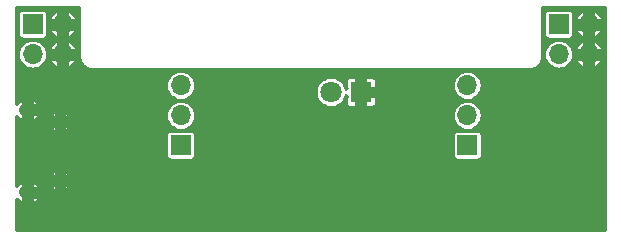
<source format=gbr>
G04 #@! TF.GenerationSoftware,KiCad,Pcbnew,(5.1.4)-1*
G04 #@! TF.CreationDate,2019-09-29T17:42:26+09:00*
G04 #@! TF.ProjectId,_autosave-project 02 micro usb,5f617574-6f73-4617-9665-2d70726f6a65,2*
G04 #@! TF.SameCoordinates,Original*
G04 #@! TF.FileFunction,Copper,L2,Bot*
G04 #@! TF.FilePolarity,Positive*
%FSLAX46Y46*%
G04 Gerber Fmt 4.6, Leading zero omitted, Abs format (unit mm)*
G04 Created by KiCad (PCBNEW (5.1.4)-1) date 2019-09-29 17:42:26*
%MOMM*%
%LPD*%
G04 APERTURE LIST*
%ADD10R,1.800000X1.800000*%
%ADD11C,1.800000*%
%ADD12O,1.700000X1.700000*%
%ADD13R,1.700000X1.700000*%
%ADD14O,0.950000X1.250000*%
%ADD15O,1.550000X1.000000*%
%ADD16C,0.254000*%
G04 APERTURE END LIST*
D10*
X134250000Y-37250000D03*
D11*
X131710000Y-37250000D03*
D12*
X153540000Y-34040000D03*
X153540000Y-31500000D03*
X151000000Y-34040000D03*
D13*
X151000000Y-31500000D03*
X106460000Y-31500000D03*
D12*
X106460000Y-34040000D03*
X109000000Y-31500000D03*
X109000000Y-34040000D03*
D14*
X108750000Y-44750000D03*
X108750000Y-39750000D03*
D15*
X106050000Y-38750000D03*
X106050000Y-45750000D03*
D13*
X143250000Y-41750000D03*
D12*
X143250000Y-39210000D03*
X143250000Y-36670000D03*
X119000000Y-36670000D03*
X119000000Y-39210000D03*
D13*
X119000000Y-41750000D03*
D16*
G36*
X110419001Y-34278540D02*
G01*
X110421424Y-34303141D01*
X110421403Y-34306148D01*
X110422195Y-34314221D01*
X110427290Y-34362698D01*
X110427408Y-34363896D01*
X110427420Y-34363936D01*
X110432395Y-34411270D01*
X110442986Y-34462867D01*
X110452851Y-34514579D01*
X110455195Y-34522345D01*
X110484051Y-34615564D01*
X110504457Y-34664107D01*
X110524185Y-34712935D01*
X110527994Y-34720098D01*
X110574406Y-34805936D01*
X110603880Y-34849632D01*
X110632687Y-34893653D01*
X110637810Y-34899935D01*
X110637814Y-34899941D01*
X110637819Y-34899946D01*
X110700015Y-34975129D01*
X110737365Y-35012219D01*
X110774220Y-35049854D01*
X110780470Y-35055025D01*
X110856091Y-35116701D01*
X110899961Y-35145848D01*
X110943408Y-35175596D01*
X110950544Y-35179455D01*
X111036705Y-35225267D01*
X111085409Y-35245341D01*
X111133786Y-35266076D01*
X111141536Y-35268475D01*
X111141540Y-35268477D01*
X111141545Y-35268478D01*
X111234953Y-35296680D01*
X111286617Y-35306910D01*
X111338122Y-35317857D01*
X111346179Y-35318704D01*
X111346185Y-35318705D01*
X111346190Y-35318705D01*
X111443047Y-35328201D01*
X111471460Y-35331000D01*
X148528540Y-35331000D01*
X148553150Y-35328576D01*
X148556148Y-35328597D01*
X148564221Y-35327805D01*
X148612546Y-35322726D01*
X148613896Y-35322593D01*
X148613941Y-35322579D01*
X148661270Y-35317605D01*
X148712867Y-35307014D01*
X148764579Y-35297149D01*
X148772345Y-35294805D01*
X148865564Y-35265949D01*
X148914107Y-35245543D01*
X148962935Y-35225815D01*
X148970091Y-35222010D01*
X148970095Y-35222008D01*
X148970098Y-35222006D01*
X149055936Y-35175594D01*
X149099632Y-35146120D01*
X149143653Y-35117313D01*
X149149938Y-35112188D01*
X149149941Y-35112186D01*
X149149946Y-35112181D01*
X149225129Y-35049985D01*
X149262219Y-35012635D01*
X149299854Y-34975780D01*
X149305025Y-34969530D01*
X149366701Y-34893909D01*
X149395848Y-34850039D01*
X149425596Y-34806592D01*
X149429455Y-34799456D01*
X149475267Y-34713295D01*
X149495341Y-34664591D01*
X149516076Y-34616214D01*
X149518475Y-34608465D01*
X149546680Y-34515047D01*
X149556910Y-34463383D01*
X149567857Y-34411878D01*
X149568704Y-34403821D01*
X149568705Y-34403815D01*
X149568705Y-34403810D01*
X149578227Y-34306693D01*
X149581000Y-34278540D01*
X149581000Y-34040000D01*
X149763044Y-34040000D01*
X149786812Y-34281318D01*
X149857202Y-34513363D01*
X149971509Y-34727216D01*
X150125340Y-34914660D01*
X150312784Y-35068491D01*
X150526637Y-35182798D01*
X150758682Y-35253188D01*
X150939528Y-35271000D01*
X151060472Y-35271000D01*
X151241318Y-35253188D01*
X151473363Y-35182798D01*
X151687216Y-35068491D01*
X151874660Y-34914660D01*
X152028491Y-34727216D01*
X152100804Y-34591928D01*
X152439646Y-34591928D01*
X152568465Y-34795991D01*
X152734619Y-34971002D01*
X152931724Y-35110235D01*
X152988074Y-35140336D01*
X153167000Y-35112753D01*
X153167000Y-34413000D01*
X153913000Y-34413000D01*
X153913000Y-35112753D01*
X154091926Y-35140336D01*
X154148276Y-35110235D01*
X154345381Y-34971002D01*
X154511535Y-34795991D01*
X154640354Y-34591928D01*
X154617897Y-34413000D01*
X153913000Y-34413000D01*
X153167000Y-34413000D01*
X152462103Y-34413000D01*
X152439646Y-34591928D01*
X152100804Y-34591928D01*
X152142798Y-34513363D01*
X152213188Y-34281318D01*
X152236956Y-34040000D01*
X152213188Y-33798682D01*
X152142798Y-33566637D01*
X152100805Y-33488072D01*
X152439646Y-33488072D01*
X152462103Y-33667000D01*
X153167000Y-33667000D01*
X153167000Y-32967247D01*
X153913000Y-32967247D01*
X153913000Y-33667000D01*
X154617897Y-33667000D01*
X154640354Y-33488072D01*
X154511535Y-33284009D01*
X154345381Y-33108998D01*
X154148276Y-32969765D01*
X154091926Y-32939664D01*
X153913000Y-32967247D01*
X153167000Y-32967247D01*
X152988074Y-32939664D01*
X152931724Y-32969765D01*
X152734619Y-33108998D01*
X152568465Y-33284009D01*
X152439646Y-33488072D01*
X152100805Y-33488072D01*
X152028491Y-33352784D01*
X151874660Y-33165340D01*
X151687216Y-33011509D01*
X151473363Y-32897202D01*
X151241318Y-32826812D01*
X151060472Y-32809000D01*
X150939528Y-32809000D01*
X150758682Y-32826812D01*
X150526637Y-32897202D01*
X150312784Y-33011509D01*
X150125340Y-33165340D01*
X149971509Y-33352784D01*
X149857202Y-33566637D01*
X149786812Y-33798682D01*
X149763044Y-34040000D01*
X149581000Y-34040000D01*
X149581000Y-30650000D01*
X149767157Y-30650000D01*
X149767157Y-32350000D01*
X149774513Y-32424689D01*
X149796299Y-32496508D01*
X149831678Y-32562696D01*
X149879289Y-32620711D01*
X149937304Y-32668322D01*
X150003492Y-32703701D01*
X150075311Y-32725487D01*
X150150000Y-32732843D01*
X151850000Y-32732843D01*
X151924689Y-32725487D01*
X151996508Y-32703701D01*
X152062696Y-32668322D01*
X152120711Y-32620711D01*
X152168322Y-32562696D01*
X152203701Y-32496508D01*
X152225487Y-32424689D01*
X152232843Y-32350000D01*
X152232843Y-32051928D01*
X152439646Y-32051928D01*
X152568465Y-32255991D01*
X152734619Y-32431002D01*
X152931724Y-32570235D01*
X152988074Y-32600336D01*
X153167000Y-32572753D01*
X153167000Y-31873000D01*
X153913000Y-31873000D01*
X153913000Y-32572753D01*
X154091926Y-32600336D01*
X154148276Y-32570235D01*
X154345381Y-32431002D01*
X154511535Y-32255991D01*
X154640354Y-32051928D01*
X154617897Y-31873000D01*
X153913000Y-31873000D01*
X153167000Y-31873000D01*
X152462103Y-31873000D01*
X152439646Y-32051928D01*
X152232843Y-32051928D01*
X152232843Y-30948072D01*
X152439646Y-30948072D01*
X152462103Y-31127000D01*
X153167000Y-31127000D01*
X153167000Y-30427247D01*
X153913000Y-30427247D01*
X153913000Y-31127000D01*
X154617897Y-31127000D01*
X154640354Y-30948072D01*
X154511535Y-30744009D01*
X154345381Y-30568998D01*
X154148276Y-30429765D01*
X154091926Y-30399664D01*
X153913000Y-30427247D01*
X153167000Y-30427247D01*
X152988074Y-30399664D01*
X152931724Y-30429765D01*
X152734619Y-30568998D01*
X152568465Y-30744009D01*
X152439646Y-30948072D01*
X152232843Y-30948072D01*
X152232843Y-30650000D01*
X152225487Y-30575311D01*
X152203701Y-30503492D01*
X152168322Y-30437304D01*
X152120711Y-30379289D01*
X152062696Y-30331678D01*
X151996508Y-30296299D01*
X151924689Y-30274513D01*
X151850000Y-30267157D01*
X150150000Y-30267157D01*
X150075311Y-30274513D01*
X150003492Y-30296299D01*
X149937304Y-30331678D01*
X149879289Y-30379289D01*
X149831678Y-30437304D01*
X149796299Y-30503492D01*
X149774513Y-30575311D01*
X149767157Y-30650000D01*
X149581000Y-30650000D01*
X149581000Y-30081000D01*
X154919000Y-30081000D01*
X154919001Y-48919000D01*
X105081000Y-48919000D01*
X105081000Y-46278024D01*
X105119261Y-46315002D01*
X105242087Y-46432074D01*
X105385393Y-46522934D01*
X105543671Y-46584091D01*
X105677000Y-46514760D01*
X105677000Y-46123000D01*
X106423000Y-46123000D01*
X106423000Y-46514760D01*
X106556329Y-46584091D01*
X106714607Y-46522934D01*
X106857913Y-46432074D01*
X106980739Y-46315002D01*
X107054966Y-46243265D01*
X107016574Y-46123000D01*
X106423000Y-46123000D01*
X105677000Y-46123000D01*
X105657000Y-46123000D01*
X105657000Y-45377000D01*
X105677000Y-45377000D01*
X105677000Y-44985240D01*
X106423000Y-44985240D01*
X106423000Y-45377000D01*
X107016574Y-45377000D01*
X107054966Y-45256735D01*
X107044207Y-45246336D01*
X107988841Y-45246336D01*
X108071033Y-45388176D01*
X108179318Y-45511256D01*
X108283942Y-45618001D01*
X108402000Y-45576488D01*
X108402000Y-45123000D01*
X109098000Y-45123000D01*
X109098000Y-45576488D01*
X109216058Y-45618001D01*
X109320682Y-45511256D01*
X109428967Y-45388176D01*
X109511159Y-45246336D01*
X109460717Y-45123000D01*
X109098000Y-45123000D01*
X108402000Y-45123000D01*
X108039283Y-45123000D01*
X107988841Y-45246336D01*
X107044207Y-45246336D01*
X106980739Y-45184998D01*
X106857913Y-45067926D01*
X106714607Y-44977066D01*
X106556329Y-44915909D01*
X106423000Y-44985240D01*
X105677000Y-44985240D01*
X105543671Y-44915909D01*
X105385393Y-44977066D01*
X105242087Y-45067926D01*
X105119261Y-45184998D01*
X105081000Y-45221976D01*
X105081000Y-44253664D01*
X107988841Y-44253664D01*
X108039283Y-44377000D01*
X108402000Y-44377000D01*
X108402000Y-43923512D01*
X109098000Y-43923512D01*
X109098000Y-44377000D01*
X109460717Y-44377000D01*
X109511159Y-44253664D01*
X109428967Y-44111824D01*
X109320682Y-43988744D01*
X109216058Y-43881999D01*
X109098000Y-43923512D01*
X108402000Y-43923512D01*
X108283942Y-43881999D01*
X108179318Y-43988744D01*
X108071033Y-44111824D01*
X107988841Y-44253664D01*
X105081000Y-44253664D01*
X105081000Y-40900000D01*
X117767157Y-40900000D01*
X117767157Y-42600000D01*
X117774513Y-42674689D01*
X117796299Y-42746508D01*
X117831678Y-42812696D01*
X117879289Y-42870711D01*
X117937304Y-42918322D01*
X118003492Y-42953701D01*
X118075311Y-42975487D01*
X118150000Y-42982843D01*
X119850000Y-42982843D01*
X119924689Y-42975487D01*
X119996508Y-42953701D01*
X120062696Y-42918322D01*
X120120711Y-42870711D01*
X120168322Y-42812696D01*
X120203701Y-42746508D01*
X120225487Y-42674689D01*
X120232843Y-42600000D01*
X120232843Y-40900000D01*
X142017157Y-40900000D01*
X142017157Y-42600000D01*
X142024513Y-42674689D01*
X142046299Y-42746508D01*
X142081678Y-42812696D01*
X142129289Y-42870711D01*
X142187304Y-42918322D01*
X142253492Y-42953701D01*
X142325311Y-42975487D01*
X142400000Y-42982843D01*
X144100000Y-42982843D01*
X144174689Y-42975487D01*
X144246508Y-42953701D01*
X144312696Y-42918322D01*
X144370711Y-42870711D01*
X144418322Y-42812696D01*
X144453701Y-42746508D01*
X144475487Y-42674689D01*
X144482843Y-42600000D01*
X144482843Y-40900000D01*
X144475487Y-40825311D01*
X144453701Y-40753492D01*
X144418322Y-40687304D01*
X144370711Y-40629289D01*
X144312696Y-40581678D01*
X144246508Y-40546299D01*
X144174689Y-40524513D01*
X144100000Y-40517157D01*
X142400000Y-40517157D01*
X142325311Y-40524513D01*
X142253492Y-40546299D01*
X142187304Y-40581678D01*
X142129289Y-40629289D01*
X142081678Y-40687304D01*
X142046299Y-40753492D01*
X142024513Y-40825311D01*
X142017157Y-40900000D01*
X120232843Y-40900000D01*
X120225487Y-40825311D01*
X120203701Y-40753492D01*
X120168322Y-40687304D01*
X120120711Y-40629289D01*
X120062696Y-40581678D01*
X119996508Y-40546299D01*
X119924689Y-40524513D01*
X119850000Y-40517157D01*
X118150000Y-40517157D01*
X118075311Y-40524513D01*
X118003492Y-40546299D01*
X117937304Y-40581678D01*
X117879289Y-40629289D01*
X117831678Y-40687304D01*
X117796299Y-40753492D01*
X117774513Y-40825311D01*
X117767157Y-40900000D01*
X105081000Y-40900000D01*
X105081000Y-40246336D01*
X107988841Y-40246336D01*
X108071033Y-40388176D01*
X108179318Y-40511256D01*
X108283942Y-40618001D01*
X108402000Y-40576488D01*
X108402000Y-40123000D01*
X109098000Y-40123000D01*
X109098000Y-40576488D01*
X109216058Y-40618001D01*
X109320682Y-40511256D01*
X109428967Y-40388176D01*
X109511159Y-40246336D01*
X109460717Y-40123000D01*
X109098000Y-40123000D01*
X108402000Y-40123000D01*
X108039283Y-40123000D01*
X107988841Y-40246336D01*
X105081000Y-40246336D01*
X105081000Y-39278024D01*
X105119261Y-39315002D01*
X105242087Y-39432074D01*
X105385393Y-39522934D01*
X105543671Y-39584091D01*
X105677000Y-39514760D01*
X105677000Y-39123000D01*
X106423000Y-39123000D01*
X106423000Y-39514760D01*
X106556329Y-39584091D01*
X106714607Y-39522934D01*
X106857913Y-39432074D01*
X106980739Y-39315002D01*
X107044206Y-39253664D01*
X107988841Y-39253664D01*
X108039283Y-39377000D01*
X108402000Y-39377000D01*
X108402000Y-38923512D01*
X109098000Y-38923512D01*
X109098000Y-39377000D01*
X109460717Y-39377000D01*
X109511159Y-39253664D01*
X109485858Y-39210000D01*
X117763044Y-39210000D01*
X117786812Y-39451318D01*
X117857202Y-39683363D01*
X117971509Y-39897216D01*
X118125340Y-40084660D01*
X118312784Y-40238491D01*
X118526637Y-40352798D01*
X118758682Y-40423188D01*
X118939528Y-40441000D01*
X119060472Y-40441000D01*
X119241318Y-40423188D01*
X119473363Y-40352798D01*
X119687216Y-40238491D01*
X119874660Y-40084660D01*
X120028491Y-39897216D01*
X120142798Y-39683363D01*
X120213188Y-39451318D01*
X120236956Y-39210000D01*
X142013044Y-39210000D01*
X142036812Y-39451318D01*
X142107202Y-39683363D01*
X142221509Y-39897216D01*
X142375340Y-40084660D01*
X142562784Y-40238491D01*
X142776637Y-40352798D01*
X143008682Y-40423188D01*
X143189528Y-40441000D01*
X143310472Y-40441000D01*
X143491318Y-40423188D01*
X143723363Y-40352798D01*
X143937216Y-40238491D01*
X144124660Y-40084660D01*
X144278491Y-39897216D01*
X144392798Y-39683363D01*
X144463188Y-39451318D01*
X144486956Y-39210000D01*
X144463188Y-38968682D01*
X144392798Y-38736637D01*
X144278491Y-38522784D01*
X144124660Y-38335340D01*
X143937216Y-38181509D01*
X143723363Y-38067202D01*
X143491318Y-37996812D01*
X143310472Y-37979000D01*
X143189528Y-37979000D01*
X143008682Y-37996812D01*
X142776637Y-38067202D01*
X142562784Y-38181509D01*
X142375340Y-38335340D01*
X142221509Y-38522784D01*
X142107202Y-38736637D01*
X142036812Y-38968682D01*
X142013044Y-39210000D01*
X120236956Y-39210000D01*
X120213188Y-38968682D01*
X120142798Y-38736637D01*
X120028491Y-38522784D01*
X119874660Y-38335340D01*
X119687216Y-38181509D01*
X119473363Y-38067202D01*
X119241318Y-37996812D01*
X119060472Y-37979000D01*
X118939528Y-37979000D01*
X118758682Y-37996812D01*
X118526637Y-38067202D01*
X118312784Y-38181509D01*
X118125340Y-38335340D01*
X117971509Y-38522784D01*
X117857202Y-38736637D01*
X117786812Y-38968682D01*
X117763044Y-39210000D01*
X109485858Y-39210000D01*
X109428967Y-39111824D01*
X109320682Y-38988744D01*
X109216058Y-38881999D01*
X109098000Y-38923512D01*
X108402000Y-38923512D01*
X108283942Y-38881999D01*
X108179318Y-38988744D01*
X108071033Y-39111824D01*
X107988841Y-39253664D01*
X107044206Y-39253664D01*
X107054966Y-39243265D01*
X107016574Y-39123000D01*
X106423000Y-39123000D01*
X105677000Y-39123000D01*
X105657000Y-39123000D01*
X105657000Y-38377000D01*
X105677000Y-38377000D01*
X105677000Y-37985240D01*
X106423000Y-37985240D01*
X106423000Y-38377000D01*
X107016574Y-38377000D01*
X107054966Y-38256735D01*
X106980739Y-38184998D01*
X106857913Y-38067926D01*
X106714607Y-37977066D01*
X106556329Y-37915909D01*
X106423000Y-37985240D01*
X105677000Y-37985240D01*
X105543671Y-37915909D01*
X105385393Y-37977066D01*
X105242087Y-38067926D01*
X105119261Y-38184998D01*
X105081000Y-38221976D01*
X105081000Y-36670000D01*
X117763044Y-36670000D01*
X117786812Y-36911318D01*
X117857202Y-37143363D01*
X117971509Y-37357216D01*
X118125340Y-37544660D01*
X118312784Y-37698491D01*
X118526637Y-37812798D01*
X118758682Y-37883188D01*
X118939528Y-37901000D01*
X119060472Y-37901000D01*
X119241318Y-37883188D01*
X119473363Y-37812798D01*
X119687216Y-37698491D01*
X119874660Y-37544660D01*
X120028491Y-37357216D01*
X120142798Y-37143363D01*
X120148722Y-37123833D01*
X130429000Y-37123833D01*
X130429000Y-37376167D01*
X130478228Y-37623654D01*
X130574793Y-37856781D01*
X130714982Y-38066590D01*
X130893410Y-38245018D01*
X131103219Y-38385207D01*
X131336346Y-38481772D01*
X131583833Y-38531000D01*
X131836167Y-38531000D01*
X132083654Y-38481772D01*
X132316781Y-38385207D01*
X132526590Y-38245018D01*
X132705018Y-38066590D01*
X132845207Y-37856781D01*
X132941772Y-37623654D01*
X132969000Y-37486769D01*
X132969000Y-37623002D01*
X133064248Y-37623002D01*
X132969000Y-37718250D01*
X132967157Y-38150000D01*
X132974513Y-38224689D01*
X132996299Y-38296508D01*
X133031678Y-38362696D01*
X133079289Y-38420711D01*
X133137304Y-38468322D01*
X133203492Y-38503701D01*
X133275311Y-38525487D01*
X133350000Y-38532843D01*
X133781750Y-38531000D01*
X133877000Y-38435750D01*
X133877000Y-37623000D01*
X134623000Y-37623000D01*
X134623000Y-38435750D01*
X134718250Y-38531000D01*
X135150000Y-38532843D01*
X135224689Y-38525487D01*
X135296508Y-38503701D01*
X135362696Y-38468322D01*
X135420711Y-38420711D01*
X135468322Y-38362696D01*
X135503701Y-38296508D01*
X135525487Y-38224689D01*
X135532843Y-38150000D01*
X135531000Y-37718250D01*
X135435750Y-37623000D01*
X134623000Y-37623000D01*
X133877000Y-37623000D01*
X133857000Y-37623000D01*
X133857000Y-36877000D01*
X133877000Y-36877000D01*
X133877000Y-36064250D01*
X134623000Y-36064250D01*
X134623000Y-36877000D01*
X135435750Y-36877000D01*
X135531000Y-36781750D01*
X135531477Y-36670000D01*
X142013044Y-36670000D01*
X142036812Y-36911318D01*
X142107202Y-37143363D01*
X142221509Y-37357216D01*
X142375340Y-37544660D01*
X142562784Y-37698491D01*
X142776637Y-37812798D01*
X143008682Y-37883188D01*
X143189528Y-37901000D01*
X143310472Y-37901000D01*
X143491318Y-37883188D01*
X143723363Y-37812798D01*
X143937216Y-37698491D01*
X144124660Y-37544660D01*
X144278491Y-37357216D01*
X144392798Y-37143363D01*
X144463188Y-36911318D01*
X144486956Y-36670000D01*
X144463188Y-36428682D01*
X144392798Y-36196637D01*
X144278491Y-35982784D01*
X144124660Y-35795340D01*
X143937216Y-35641509D01*
X143723363Y-35527202D01*
X143491318Y-35456812D01*
X143310472Y-35439000D01*
X143189528Y-35439000D01*
X143008682Y-35456812D01*
X142776637Y-35527202D01*
X142562784Y-35641509D01*
X142375340Y-35795340D01*
X142221509Y-35982784D01*
X142107202Y-36196637D01*
X142036812Y-36428682D01*
X142013044Y-36670000D01*
X135531477Y-36670000D01*
X135532843Y-36350000D01*
X135525487Y-36275311D01*
X135503701Y-36203492D01*
X135468322Y-36137304D01*
X135420711Y-36079289D01*
X135362696Y-36031678D01*
X135296508Y-35996299D01*
X135224689Y-35974513D01*
X135150000Y-35967157D01*
X134718250Y-35969000D01*
X134623000Y-36064250D01*
X133877000Y-36064250D01*
X133781750Y-35969000D01*
X133350000Y-35967157D01*
X133275311Y-35974513D01*
X133203492Y-35996299D01*
X133137304Y-36031678D01*
X133079289Y-36079289D01*
X133031678Y-36137304D01*
X132996299Y-36203492D01*
X132974513Y-36275311D01*
X132967157Y-36350000D01*
X132969000Y-36781750D01*
X133064248Y-36876998D01*
X132969000Y-36876998D01*
X132969000Y-37013231D01*
X132941772Y-36876346D01*
X132845207Y-36643219D01*
X132705018Y-36433410D01*
X132526590Y-36254982D01*
X132316781Y-36114793D01*
X132083654Y-36018228D01*
X131836167Y-35969000D01*
X131583833Y-35969000D01*
X131336346Y-36018228D01*
X131103219Y-36114793D01*
X130893410Y-36254982D01*
X130714982Y-36433410D01*
X130574793Y-36643219D01*
X130478228Y-36876346D01*
X130429000Y-37123833D01*
X120148722Y-37123833D01*
X120213188Y-36911318D01*
X120236956Y-36670000D01*
X120213188Y-36428682D01*
X120142798Y-36196637D01*
X120028491Y-35982784D01*
X119874660Y-35795340D01*
X119687216Y-35641509D01*
X119473363Y-35527202D01*
X119241318Y-35456812D01*
X119060472Y-35439000D01*
X118939528Y-35439000D01*
X118758682Y-35456812D01*
X118526637Y-35527202D01*
X118312784Y-35641509D01*
X118125340Y-35795340D01*
X117971509Y-35982784D01*
X117857202Y-36196637D01*
X117786812Y-36428682D01*
X117763044Y-36670000D01*
X105081000Y-36670000D01*
X105081000Y-34040000D01*
X105223044Y-34040000D01*
X105246812Y-34281318D01*
X105317202Y-34513363D01*
X105431509Y-34727216D01*
X105585340Y-34914660D01*
X105772784Y-35068491D01*
X105986637Y-35182798D01*
X106218682Y-35253188D01*
X106399528Y-35271000D01*
X106520472Y-35271000D01*
X106701318Y-35253188D01*
X106933363Y-35182798D01*
X107147216Y-35068491D01*
X107334660Y-34914660D01*
X107488491Y-34727216D01*
X107560804Y-34591928D01*
X107899646Y-34591928D01*
X108028465Y-34795991D01*
X108194619Y-34971002D01*
X108391724Y-35110235D01*
X108448074Y-35140336D01*
X108627000Y-35112753D01*
X108627000Y-34413000D01*
X109373000Y-34413000D01*
X109373000Y-35112753D01*
X109551926Y-35140336D01*
X109608276Y-35110235D01*
X109805381Y-34971002D01*
X109971535Y-34795991D01*
X110100354Y-34591928D01*
X110077897Y-34413000D01*
X109373000Y-34413000D01*
X108627000Y-34413000D01*
X107922103Y-34413000D01*
X107899646Y-34591928D01*
X107560804Y-34591928D01*
X107602798Y-34513363D01*
X107673188Y-34281318D01*
X107696956Y-34040000D01*
X107673188Y-33798682D01*
X107602798Y-33566637D01*
X107560805Y-33488072D01*
X107899646Y-33488072D01*
X107922103Y-33667000D01*
X108627000Y-33667000D01*
X108627000Y-32967247D01*
X109373000Y-32967247D01*
X109373000Y-33667000D01*
X110077897Y-33667000D01*
X110100354Y-33488072D01*
X109971535Y-33284009D01*
X109805381Y-33108998D01*
X109608276Y-32969765D01*
X109551926Y-32939664D01*
X109373000Y-32967247D01*
X108627000Y-32967247D01*
X108448074Y-32939664D01*
X108391724Y-32969765D01*
X108194619Y-33108998D01*
X108028465Y-33284009D01*
X107899646Y-33488072D01*
X107560805Y-33488072D01*
X107488491Y-33352784D01*
X107334660Y-33165340D01*
X107147216Y-33011509D01*
X106933363Y-32897202D01*
X106701318Y-32826812D01*
X106520472Y-32809000D01*
X106399528Y-32809000D01*
X106218682Y-32826812D01*
X105986637Y-32897202D01*
X105772784Y-33011509D01*
X105585340Y-33165340D01*
X105431509Y-33352784D01*
X105317202Y-33566637D01*
X105246812Y-33798682D01*
X105223044Y-34040000D01*
X105081000Y-34040000D01*
X105081000Y-30650000D01*
X105227157Y-30650000D01*
X105227157Y-32350000D01*
X105234513Y-32424689D01*
X105256299Y-32496508D01*
X105291678Y-32562696D01*
X105339289Y-32620711D01*
X105397304Y-32668322D01*
X105463492Y-32703701D01*
X105535311Y-32725487D01*
X105610000Y-32732843D01*
X107310000Y-32732843D01*
X107384689Y-32725487D01*
X107456508Y-32703701D01*
X107522696Y-32668322D01*
X107580711Y-32620711D01*
X107628322Y-32562696D01*
X107663701Y-32496508D01*
X107685487Y-32424689D01*
X107692843Y-32350000D01*
X107692843Y-32051928D01*
X107899646Y-32051928D01*
X108028465Y-32255991D01*
X108194619Y-32431002D01*
X108391724Y-32570235D01*
X108448074Y-32600336D01*
X108627000Y-32572753D01*
X108627000Y-31873000D01*
X109373000Y-31873000D01*
X109373000Y-32572753D01*
X109551926Y-32600336D01*
X109608276Y-32570235D01*
X109805381Y-32431002D01*
X109971535Y-32255991D01*
X110100354Y-32051928D01*
X110077897Y-31873000D01*
X109373000Y-31873000D01*
X108627000Y-31873000D01*
X107922103Y-31873000D01*
X107899646Y-32051928D01*
X107692843Y-32051928D01*
X107692843Y-30948072D01*
X107899646Y-30948072D01*
X107922103Y-31127000D01*
X108627000Y-31127000D01*
X108627000Y-30427247D01*
X109373000Y-30427247D01*
X109373000Y-31127000D01*
X110077897Y-31127000D01*
X110100354Y-30948072D01*
X109971535Y-30744009D01*
X109805381Y-30568998D01*
X109608276Y-30429765D01*
X109551926Y-30399664D01*
X109373000Y-30427247D01*
X108627000Y-30427247D01*
X108448074Y-30399664D01*
X108391724Y-30429765D01*
X108194619Y-30568998D01*
X108028465Y-30744009D01*
X107899646Y-30948072D01*
X107692843Y-30948072D01*
X107692843Y-30650000D01*
X107685487Y-30575311D01*
X107663701Y-30503492D01*
X107628322Y-30437304D01*
X107580711Y-30379289D01*
X107522696Y-30331678D01*
X107456508Y-30296299D01*
X107384689Y-30274513D01*
X107310000Y-30267157D01*
X105610000Y-30267157D01*
X105535311Y-30274513D01*
X105463492Y-30296299D01*
X105397304Y-30331678D01*
X105339289Y-30379289D01*
X105291678Y-30437304D01*
X105256299Y-30503492D01*
X105234513Y-30575311D01*
X105227157Y-30650000D01*
X105081000Y-30650000D01*
X105081000Y-30081000D01*
X110419000Y-30081000D01*
X110419001Y-34278540D01*
X110419001Y-34278540D01*
G37*
X110419001Y-34278540D02*
X110421424Y-34303141D01*
X110421403Y-34306148D01*
X110422195Y-34314221D01*
X110427290Y-34362698D01*
X110427408Y-34363896D01*
X110427420Y-34363936D01*
X110432395Y-34411270D01*
X110442986Y-34462867D01*
X110452851Y-34514579D01*
X110455195Y-34522345D01*
X110484051Y-34615564D01*
X110504457Y-34664107D01*
X110524185Y-34712935D01*
X110527994Y-34720098D01*
X110574406Y-34805936D01*
X110603880Y-34849632D01*
X110632687Y-34893653D01*
X110637810Y-34899935D01*
X110637814Y-34899941D01*
X110637819Y-34899946D01*
X110700015Y-34975129D01*
X110737365Y-35012219D01*
X110774220Y-35049854D01*
X110780470Y-35055025D01*
X110856091Y-35116701D01*
X110899961Y-35145848D01*
X110943408Y-35175596D01*
X110950544Y-35179455D01*
X111036705Y-35225267D01*
X111085409Y-35245341D01*
X111133786Y-35266076D01*
X111141536Y-35268475D01*
X111141540Y-35268477D01*
X111141545Y-35268478D01*
X111234953Y-35296680D01*
X111286617Y-35306910D01*
X111338122Y-35317857D01*
X111346179Y-35318704D01*
X111346185Y-35318705D01*
X111346190Y-35318705D01*
X111443047Y-35328201D01*
X111471460Y-35331000D01*
X148528540Y-35331000D01*
X148553150Y-35328576D01*
X148556148Y-35328597D01*
X148564221Y-35327805D01*
X148612546Y-35322726D01*
X148613896Y-35322593D01*
X148613941Y-35322579D01*
X148661270Y-35317605D01*
X148712867Y-35307014D01*
X148764579Y-35297149D01*
X148772345Y-35294805D01*
X148865564Y-35265949D01*
X148914107Y-35245543D01*
X148962935Y-35225815D01*
X148970091Y-35222010D01*
X148970095Y-35222008D01*
X148970098Y-35222006D01*
X149055936Y-35175594D01*
X149099632Y-35146120D01*
X149143653Y-35117313D01*
X149149938Y-35112188D01*
X149149941Y-35112186D01*
X149149946Y-35112181D01*
X149225129Y-35049985D01*
X149262219Y-35012635D01*
X149299854Y-34975780D01*
X149305025Y-34969530D01*
X149366701Y-34893909D01*
X149395848Y-34850039D01*
X149425596Y-34806592D01*
X149429455Y-34799456D01*
X149475267Y-34713295D01*
X149495341Y-34664591D01*
X149516076Y-34616214D01*
X149518475Y-34608465D01*
X149546680Y-34515047D01*
X149556910Y-34463383D01*
X149567857Y-34411878D01*
X149568704Y-34403821D01*
X149568705Y-34403815D01*
X149568705Y-34403810D01*
X149578227Y-34306693D01*
X149581000Y-34278540D01*
X149581000Y-34040000D01*
X149763044Y-34040000D01*
X149786812Y-34281318D01*
X149857202Y-34513363D01*
X149971509Y-34727216D01*
X150125340Y-34914660D01*
X150312784Y-35068491D01*
X150526637Y-35182798D01*
X150758682Y-35253188D01*
X150939528Y-35271000D01*
X151060472Y-35271000D01*
X151241318Y-35253188D01*
X151473363Y-35182798D01*
X151687216Y-35068491D01*
X151874660Y-34914660D01*
X152028491Y-34727216D01*
X152100804Y-34591928D01*
X152439646Y-34591928D01*
X152568465Y-34795991D01*
X152734619Y-34971002D01*
X152931724Y-35110235D01*
X152988074Y-35140336D01*
X153167000Y-35112753D01*
X153167000Y-34413000D01*
X153913000Y-34413000D01*
X153913000Y-35112753D01*
X154091926Y-35140336D01*
X154148276Y-35110235D01*
X154345381Y-34971002D01*
X154511535Y-34795991D01*
X154640354Y-34591928D01*
X154617897Y-34413000D01*
X153913000Y-34413000D01*
X153167000Y-34413000D01*
X152462103Y-34413000D01*
X152439646Y-34591928D01*
X152100804Y-34591928D01*
X152142798Y-34513363D01*
X152213188Y-34281318D01*
X152236956Y-34040000D01*
X152213188Y-33798682D01*
X152142798Y-33566637D01*
X152100805Y-33488072D01*
X152439646Y-33488072D01*
X152462103Y-33667000D01*
X153167000Y-33667000D01*
X153167000Y-32967247D01*
X153913000Y-32967247D01*
X153913000Y-33667000D01*
X154617897Y-33667000D01*
X154640354Y-33488072D01*
X154511535Y-33284009D01*
X154345381Y-33108998D01*
X154148276Y-32969765D01*
X154091926Y-32939664D01*
X153913000Y-32967247D01*
X153167000Y-32967247D01*
X152988074Y-32939664D01*
X152931724Y-32969765D01*
X152734619Y-33108998D01*
X152568465Y-33284009D01*
X152439646Y-33488072D01*
X152100805Y-33488072D01*
X152028491Y-33352784D01*
X151874660Y-33165340D01*
X151687216Y-33011509D01*
X151473363Y-32897202D01*
X151241318Y-32826812D01*
X151060472Y-32809000D01*
X150939528Y-32809000D01*
X150758682Y-32826812D01*
X150526637Y-32897202D01*
X150312784Y-33011509D01*
X150125340Y-33165340D01*
X149971509Y-33352784D01*
X149857202Y-33566637D01*
X149786812Y-33798682D01*
X149763044Y-34040000D01*
X149581000Y-34040000D01*
X149581000Y-30650000D01*
X149767157Y-30650000D01*
X149767157Y-32350000D01*
X149774513Y-32424689D01*
X149796299Y-32496508D01*
X149831678Y-32562696D01*
X149879289Y-32620711D01*
X149937304Y-32668322D01*
X150003492Y-32703701D01*
X150075311Y-32725487D01*
X150150000Y-32732843D01*
X151850000Y-32732843D01*
X151924689Y-32725487D01*
X151996508Y-32703701D01*
X152062696Y-32668322D01*
X152120711Y-32620711D01*
X152168322Y-32562696D01*
X152203701Y-32496508D01*
X152225487Y-32424689D01*
X152232843Y-32350000D01*
X152232843Y-32051928D01*
X152439646Y-32051928D01*
X152568465Y-32255991D01*
X152734619Y-32431002D01*
X152931724Y-32570235D01*
X152988074Y-32600336D01*
X153167000Y-32572753D01*
X153167000Y-31873000D01*
X153913000Y-31873000D01*
X153913000Y-32572753D01*
X154091926Y-32600336D01*
X154148276Y-32570235D01*
X154345381Y-32431002D01*
X154511535Y-32255991D01*
X154640354Y-32051928D01*
X154617897Y-31873000D01*
X153913000Y-31873000D01*
X153167000Y-31873000D01*
X152462103Y-31873000D01*
X152439646Y-32051928D01*
X152232843Y-32051928D01*
X152232843Y-30948072D01*
X152439646Y-30948072D01*
X152462103Y-31127000D01*
X153167000Y-31127000D01*
X153167000Y-30427247D01*
X153913000Y-30427247D01*
X153913000Y-31127000D01*
X154617897Y-31127000D01*
X154640354Y-30948072D01*
X154511535Y-30744009D01*
X154345381Y-30568998D01*
X154148276Y-30429765D01*
X154091926Y-30399664D01*
X153913000Y-30427247D01*
X153167000Y-30427247D01*
X152988074Y-30399664D01*
X152931724Y-30429765D01*
X152734619Y-30568998D01*
X152568465Y-30744009D01*
X152439646Y-30948072D01*
X152232843Y-30948072D01*
X152232843Y-30650000D01*
X152225487Y-30575311D01*
X152203701Y-30503492D01*
X152168322Y-30437304D01*
X152120711Y-30379289D01*
X152062696Y-30331678D01*
X151996508Y-30296299D01*
X151924689Y-30274513D01*
X151850000Y-30267157D01*
X150150000Y-30267157D01*
X150075311Y-30274513D01*
X150003492Y-30296299D01*
X149937304Y-30331678D01*
X149879289Y-30379289D01*
X149831678Y-30437304D01*
X149796299Y-30503492D01*
X149774513Y-30575311D01*
X149767157Y-30650000D01*
X149581000Y-30650000D01*
X149581000Y-30081000D01*
X154919000Y-30081000D01*
X154919001Y-48919000D01*
X105081000Y-48919000D01*
X105081000Y-46278024D01*
X105119261Y-46315002D01*
X105242087Y-46432074D01*
X105385393Y-46522934D01*
X105543671Y-46584091D01*
X105677000Y-46514760D01*
X105677000Y-46123000D01*
X106423000Y-46123000D01*
X106423000Y-46514760D01*
X106556329Y-46584091D01*
X106714607Y-46522934D01*
X106857913Y-46432074D01*
X106980739Y-46315002D01*
X107054966Y-46243265D01*
X107016574Y-46123000D01*
X106423000Y-46123000D01*
X105677000Y-46123000D01*
X105657000Y-46123000D01*
X105657000Y-45377000D01*
X105677000Y-45377000D01*
X105677000Y-44985240D01*
X106423000Y-44985240D01*
X106423000Y-45377000D01*
X107016574Y-45377000D01*
X107054966Y-45256735D01*
X107044207Y-45246336D01*
X107988841Y-45246336D01*
X108071033Y-45388176D01*
X108179318Y-45511256D01*
X108283942Y-45618001D01*
X108402000Y-45576488D01*
X108402000Y-45123000D01*
X109098000Y-45123000D01*
X109098000Y-45576488D01*
X109216058Y-45618001D01*
X109320682Y-45511256D01*
X109428967Y-45388176D01*
X109511159Y-45246336D01*
X109460717Y-45123000D01*
X109098000Y-45123000D01*
X108402000Y-45123000D01*
X108039283Y-45123000D01*
X107988841Y-45246336D01*
X107044207Y-45246336D01*
X106980739Y-45184998D01*
X106857913Y-45067926D01*
X106714607Y-44977066D01*
X106556329Y-44915909D01*
X106423000Y-44985240D01*
X105677000Y-44985240D01*
X105543671Y-44915909D01*
X105385393Y-44977066D01*
X105242087Y-45067926D01*
X105119261Y-45184998D01*
X105081000Y-45221976D01*
X105081000Y-44253664D01*
X107988841Y-44253664D01*
X108039283Y-44377000D01*
X108402000Y-44377000D01*
X108402000Y-43923512D01*
X109098000Y-43923512D01*
X109098000Y-44377000D01*
X109460717Y-44377000D01*
X109511159Y-44253664D01*
X109428967Y-44111824D01*
X109320682Y-43988744D01*
X109216058Y-43881999D01*
X109098000Y-43923512D01*
X108402000Y-43923512D01*
X108283942Y-43881999D01*
X108179318Y-43988744D01*
X108071033Y-44111824D01*
X107988841Y-44253664D01*
X105081000Y-44253664D01*
X105081000Y-40900000D01*
X117767157Y-40900000D01*
X117767157Y-42600000D01*
X117774513Y-42674689D01*
X117796299Y-42746508D01*
X117831678Y-42812696D01*
X117879289Y-42870711D01*
X117937304Y-42918322D01*
X118003492Y-42953701D01*
X118075311Y-42975487D01*
X118150000Y-42982843D01*
X119850000Y-42982843D01*
X119924689Y-42975487D01*
X119996508Y-42953701D01*
X120062696Y-42918322D01*
X120120711Y-42870711D01*
X120168322Y-42812696D01*
X120203701Y-42746508D01*
X120225487Y-42674689D01*
X120232843Y-42600000D01*
X120232843Y-40900000D01*
X142017157Y-40900000D01*
X142017157Y-42600000D01*
X142024513Y-42674689D01*
X142046299Y-42746508D01*
X142081678Y-42812696D01*
X142129289Y-42870711D01*
X142187304Y-42918322D01*
X142253492Y-42953701D01*
X142325311Y-42975487D01*
X142400000Y-42982843D01*
X144100000Y-42982843D01*
X144174689Y-42975487D01*
X144246508Y-42953701D01*
X144312696Y-42918322D01*
X144370711Y-42870711D01*
X144418322Y-42812696D01*
X144453701Y-42746508D01*
X144475487Y-42674689D01*
X144482843Y-42600000D01*
X144482843Y-40900000D01*
X144475487Y-40825311D01*
X144453701Y-40753492D01*
X144418322Y-40687304D01*
X144370711Y-40629289D01*
X144312696Y-40581678D01*
X144246508Y-40546299D01*
X144174689Y-40524513D01*
X144100000Y-40517157D01*
X142400000Y-40517157D01*
X142325311Y-40524513D01*
X142253492Y-40546299D01*
X142187304Y-40581678D01*
X142129289Y-40629289D01*
X142081678Y-40687304D01*
X142046299Y-40753492D01*
X142024513Y-40825311D01*
X142017157Y-40900000D01*
X120232843Y-40900000D01*
X120225487Y-40825311D01*
X120203701Y-40753492D01*
X120168322Y-40687304D01*
X120120711Y-40629289D01*
X120062696Y-40581678D01*
X119996508Y-40546299D01*
X119924689Y-40524513D01*
X119850000Y-40517157D01*
X118150000Y-40517157D01*
X118075311Y-40524513D01*
X118003492Y-40546299D01*
X117937304Y-40581678D01*
X117879289Y-40629289D01*
X117831678Y-40687304D01*
X117796299Y-40753492D01*
X117774513Y-40825311D01*
X117767157Y-40900000D01*
X105081000Y-40900000D01*
X105081000Y-40246336D01*
X107988841Y-40246336D01*
X108071033Y-40388176D01*
X108179318Y-40511256D01*
X108283942Y-40618001D01*
X108402000Y-40576488D01*
X108402000Y-40123000D01*
X109098000Y-40123000D01*
X109098000Y-40576488D01*
X109216058Y-40618001D01*
X109320682Y-40511256D01*
X109428967Y-40388176D01*
X109511159Y-40246336D01*
X109460717Y-40123000D01*
X109098000Y-40123000D01*
X108402000Y-40123000D01*
X108039283Y-40123000D01*
X107988841Y-40246336D01*
X105081000Y-40246336D01*
X105081000Y-39278024D01*
X105119261Y-39315002D01*
X105242087Y-39432074D01*
X105385393Y-39522934D01*
X105543671Y-39584091D01*
X105677000Y-39514760D01*
X105677000Y-39123000D01*
X106423000Y-39123000D01*
X106423000Y-39514760D01*
X106556329Y-39584091D01*
X106714607Y-39522934D01*
X106857913Y-39432074D01*
X106980739Y-39315002D01*
X107044206Y-39253664D01*
X107988841Y-39253664D01*
X108039283Y-39377000D01*
X108402000Y-39377000D01*
X108402000Y-38923512D01*
X109098000Y-38923512D01*
X109098000Y-39377000D01*
X109460717Y-39377000D01*
X109511159Y-39253664D01*
X109485858Y-39210000D01*
X117763044Y-39210000D01*
X117786812Y-39451318D01*
X117857202Y-39683363D01*
X117971509Y-39897216D01*
X118125340Y-40084660D01*
X118312784Y-40238491D01*
X118526637Y-40352798D01*
X118758682Y-40423188D01*
X118939528Y-40441000D01*
X119060472Y-40441000D01*
X119241318Y-40423188D01*
X119473363Y-40352798D01*
X119687216Y-40238491D01*
X119874660Y-40084660D01*
X120028491Y-39897216D01*
X120142798Y-39683363D01*
X120213188Y-39451318D01*
X120236956Y-39210000D01*
X142013044Y-39210000D01*
X142036812Y-39451318D01*
X142107202Y-39683363D01*
X142221509Y-39897216D01*
X142375340Y-40084660D01*
X142562784Y-40238491D01*
X142776637Y-40352798D01*
X143008682Y-40423188D01*
X143189528Y-40441000D01*
X143310472Y-40441000D01*
X143491318Y-40423188D01*
X143723363Y-40352798D01*
X143937216Y-40238491D01*
X144124660Y-40084660D01*
X144278491Y-39897216D01*
X144392798Y-39683363D01*
X144463188Y-39451318D01*
X144486956Y-39210000D01*
X144463188Y-38968682D01*
X144392798Y-38736637D01*
X144278491Y-38522784D01*
X144124660Y-38335340D01*
X143937216Y-38181509D01*
X143723363Y-38067202D01*
X143491318Y-37996812D01*
X143310472Y-37979000D01*
X143189528Y-37979000D01*
X143008682Y-37996812D01*
X142776637Y-38067202D01*
X142562784Y-38181509D01*
X142375340Y-38335340D01*
X142221509Y-38522784D01*
X142107202Y-38736637D01*
X142036812Y-38968682D01*
X142013044Y-39210000D01*
X120236956Y-39210000D01*
X120213188Y-38968682D01*
X120142798Y-38736637D01*
X120028491Y-38522784D01*
X119874660Y-38335340D01*
X119687216Y-38181509D01*
X119473363Y-38067202D01*
X119241318Y-37996812D01*
X119060472Y-37979000D01*
X118939528Y-37979000D01*
X118758682Y-37996812D01*
X118526637Y-38067202D01*
X118312784Y-38181509D01*
X118125340Y-38335340D01*
X117971509Y-38522784D01*
X117857202Y-38736637D01*
X117786812Y-38968682D01*
X117763044Y-39210000D01*
X109485858Y-39210000D01*
X109428967Y-39111824D01*
X109320682Y-38988744D01*
X109216058Y-38881999D01*
X109098000Y-38923512D01*
X108402000Y-38923512D01*
X108283942Y-38881999D01*
X108179318Y-38988744D01*
X108071033Y-39111824D01*
X107988841Y-39253664D01*
X107044206Y-39253664D01*
X107054966Y-39243265D01*
X107016574Y-39123000D01*
X106423000Y-39123000D01*
X105677000Y-39123000D01*
X105657000Y-39123000D01*
X105657000Y-38377000D01*
X105677000Y-38377000D01*
X105677000Y-37985240D01*
X106423000Y-37985240D01*
X106423000Y-38377000D01*
X107016574Y-38377000D01*
X107054966Y-38256735D01*
X106980739Y-38184998D01*
X106857913Y-38067926D01*
X106714607Y-37977066D01*
X106556329Y-37915909D01*
X106423000Y-37985240D01*
X105677000Y-37985240D01*
X105543671Y-37915909D01*
X105385393Y-37977066D01*
X105242087Y-38067926D01*
X105119261Y-38184998D01*
X105081000Y-38221976D01*
X105081000Y-36670000D01*
X117763044Y-36670000D01*
X117786812Y-36911318D01*
X117857202Y-37143363D01*
X117971509Y-37357216D01*
X118125340Y-37544660D01*
X118312784Y-37698491D01*
X118526637Y-37812798D01*
X118758682Y-37883188D01*
X118939528Y-37901000D01*
X119060472Y-37901000D01*
X119241318Y-37883188D01*
X119473363Y-37812798D01*
X119687216Y-37698491D01*
X119874660Y-37544660D01*
X120028491Y-37357216D01*
X120142798Y-37143363D01*
X120148722Y-37123833D01*
X130429000Y-37123833D01*
X130429000Y-37376167D01*
X130478228Y-37623654D01*
X130574793Y-37856781D01*
X130714982Y-38066590D01*
X130893410Y-38245018D01*
X131103219Y-38385207D01*
X131336346Y-38481772D01*
X131583833Y-38531000D01*
X131836167Y-38531000D01*
X132083654Y-38481772D01*
X132316781Y-38385207D01*
X132526590Y-38245018D01*
X132705018Y-38066590D01*
X132845207Y-37856781D01*
X132941772Y-37623654D01*
X132969000Y-37486769D01*
X132969000Y-37623002D01*
X133064248Y-37623002D01*
X132969000Y-37718250D01*
X132967157Y-38150000D01*
X132974513Y-38224689D01*
X132996299Y-38296508D01*
X133031678Y-38362696D01*
X133079289Y-38420711D01*
X133137304Y-38468322D01*
X133203492Y-38503701D01*
X133275311Y-38525487D01*
X133350000Y-38532843D01*
X133781750Y-38531000D01*
X133877000Y-38435750D01*
X133877000Y-37623000D01*
X134623000Y-37623000D01*
X134623000Y-38435750D01*
X134718250Y-38531000D01*
X135150000Y-38532843D01*
X135224689Y-38525487D01*
X135296508Y-38503701D01*
X135362696Y-38468322D01*
X135420711Y-38420711D01*
X135468322Y-38362696D01*
X135503701Y-38296508D01*
X135525487Y-38224689D01*
X135532843Y-38150000D01*
X135531000Y-37718250D01*
X135435750Y-37623000D01*
X134623000Y-37623000D01*
X133877000Y-37623000D01*
X133857000Y-37623000D01*
X133857000Y-36877000D01*
X133877000Y-36877000D01*
X133877000Y-36064250D01*
X134623000Y-36064250D01*
X134623000Y-36877000D01*
X135435750Y-36877000D01*
X135531000Y-36781750D01*
X135531477Y-36670000D01*
X142013044Y-36670000D01*
X142036812Y-36911318D01*
X142107202Y-37143363D01*
X142221509Y-37357216D01*
X142375340Y-37544660D01*
X142562784Y-37698491D01*
X142776637Y-37812798D01*
X143008682Y-37883188D01*
X143189528Y-37901000D01*
X143310472Y-37901000D01*
X143491318Y-37883188D01*
X143723363Y-37812798D01*
X143937216Y-37698491D01*
X144124660Y-37544660D01*
X144278491Y-37357216D01*
X144392798Y-37143363D01*
X144463188Y-36911318D01*
X144486956Y-36670000D01*
X144463188Y-36428682D01*
X144392798Y-36196637D01*
X144278491Y-35982784D01*
X144124660Y-35795340D01*
X143937216Y-35641509D01*
X143723363Y-35527202D01*
X143491318Y-35456812D01*
X143310472Y-35439000D01*
X143189528Y-35439000D01*
X143008682Y-35456812D01*
X142776637Y-35527202D01*
X142562784Y-35641509D01*
X142375340Y-35795340D01*
X142221509Y-35982784D01*
X142107202Y-36196637D01*
X142036812Y-36428682D01*
X142013044Y-36670000D01*
X135531477Y-36670000D01*
X135532843Y-36350000D01*
X135525487Y-36275311D01*
X135503701Y-36203492D01*
X135468322Y-36137304D01*
X135420711Y-36079289D01*
X135362696Y-36031678D01*
X135296508Y-35996299D01*
X135224689Y-35974513D01*
X135150000Y-35967157D01*
X134718250Y-35969000D01*
X134623000Y-36064250D01*
X133877000Y-36064250D01*
X133781750Y-35969000D01*
X133350000Y-35967157D01*
X133275311Y-35974513D01*
X133203492Y-35996299D01*
X133137304Y-36031678D01*
X133079289Y-36079289D01*
X133031678Y-36137304D01*
X132996299Y-36203492D01*
X132974513Y-36275311D01*
X132967157Y-36350000D01*
X132969000Y-36781750D01*
X133064248Y-36876998D01*
X132969000Y-36876998D01*
X132969000Y-37013231D01*
X132941772Y-36876346D01*
X132845207Y-36643219D01*
X132705018Y-36433410D01*
X132526590Y-36254982D01*
X132316781Y-36114793D01*
X132083654Y-36018228D01*
X131836167Y-35969000D01*
X131583833Y-35969000D01*
X131336346Y-36018228D01*
X131103219Y-36114793D01*
X130893410Y-36254982D01*
X130714982Y-36433410D01*
X130574793Y-36643219D01*
X130478228Y-36876346D01*
X130429000Y-37123833D01*
X120148722Y-37123833D01*
X120213188Y-36911318D01*
X120236956Y-36670000D01*
X120213188Y-36428682D01*
X120142798Y-36196637D01*
X120028491Y-35982784D01*
X119874660Y-35795340D01*
X119687216Y-35641509D01*
X119473363Y-35527202D01*
X119241318Y-35456812D01*
X119060472Y-35439000D01*
X118939528Y-35439000D01*
X118758682Y-35456812D01*
X118526637Y-35527202D01*
X118312784Y-35641509D01*
X118125340Y-35795340D01*
X117971509Y-35982784D01*
X117857202Y-36196637D01*
X117786812Y-36428682D01*
X117763044Y-36670000D01*
X105081000Y-36670000D01*
X105081000Y-34040000D01*
X105223044Y-34040000D01*
X105246812Y-34281318D01*
X105317202Y-34513363D01*
X105431509Y-34727216D01*
X105585340Y-34914660D01*
X105772784Y-35068491D01*
X105986637Y-35182798D01*
X106218682Y-35253188D01*
X106399528Y-35271000D01*
X106520472Y-35271000D01*
X106701318Y-35253188D01*
X106933363Y-35182798D01*
X107147216Y-35068491D01*
X107334660Y-34914660D01*
X107488491Y-34727216D01*
X107560804Y-34591928D01*
X107899646Y-34591928D01*
X108028465Y-34795991D01*
X108194619Y-34971002D01*
X108391724Y-35110235D01*
X108448074Y-35140336D01*
X108627000Y-35112753D01*
X108627000Y-34413000D01*
X109373000Y-34413000D01*
X109373000Y-35112753D01*
X109551926Y-35140336D01*
X109608276Y-35110235D01*
X109805381Y-34971002D01*
X109971535Y-34795991D01*
X110100354Y-34591928D01*
X110077897Y-34413000D01*
X109373000Y-34413000D01*
X108627000Y-34413000D01*
X107922103Y-34413000D01*
X107899646Y-34591928D01*
X107560804Y-34591928D01*
X107602798Y-34513363D01*
X107673188Y-34281318D01*
X107696956Y-34040000D01*
X107673188Y-33798682D01*
X107602798Y-33566637D01*
X107560805Y-33488072D01*
X107899646Y-33488072D01*
X107922103Y-33667000D01*
X108627000Y-33667000D01*
X108627000Y-32967247D01*
X109373000Y-32967247D01*
X109373000Y-33667000D01*
X110077897Y-33667000D01*
X110100354Y-33488072D01*
X109971535Y-33284009D01*
X109805381Y-33108998D01*
X109608276Y-32969765D01*
X109551926Y-32939664D01*
X109373000Y-32967247D01*
X108627000Y-32967247D01*
X108448074Y-32939664D01*
X108391724Y-32969765D01*
X108194619Y-33108998D01*
X108028465Y-33284009D01*
X107899646Y-33488072D01*
X107560805Y-33488072D01*
X107488491Y-33352784D01*
X107334660Y-33165340D01*
X107147216Y-33011509D01*
X106933363Y-32897202D01*
X106701318Y-32826812D01*
X106520472Y-32809000D01*
X106399528Y-32809000D01*
X106218682Y-32826812D01*
X105986637Y-32897202D01*
X105772784Y-33011509D01*
X105585340Y-33165340D01*
X105431509Y-33352784D01*
X105317202Y-33566637D01*
X105246812Y-33798682D01*
X105223044Y-34040000D01*
X105081000Y-34040000D01*
X105081000Y-30650000D01*
X105227157Y-30650000D01*
X105227157Y-32350000D01*
X105234513Y-32424689D01*
X105256299Y-32496508D01*
X105291678Y-32562696D01*
X105339289Y-32620711D01*
X105397304Y-32668322D01*
X105463492Y-32703701D01*
X105535311Y-32725487D01*
X105610000Y-32732843D01*
X107310000Y-32732843D01*
X107384689Y-32725487D01*
X107456508Y-32703701D01*
X107522696Y-32668322D01*
X107580711Y-32620711D01*
X107628322Y-32562696D01*
X107663701Y-32496508D01*
X107685487Y-32424689D01*
X107692843Y-32350000D01*
X107692843Y-32051928D01*
X107899646Y-32051928D01*
X108028465Y-32255991D01*
X108194619Y-32431002D01*
X108391724Y-32570235D01*
X108448074Y-32600336D01*
X108627000Y-32572753D01*
X108627000Y-31873000D01*
X109373000Y-31873000D01*
X109373000Y-32572753D01*
X109551926Y-32600336D01*
X109608276Y-32570235D01*
X109805381Y-32431002D01*
X109971535Y-32255991D01*
X110100354Y-32051928D01*
X110077897Y-31873000D01*
X109373000Y-31873000D01*
X108627000Y-31873000D01*
X107922103Y-31873000D01*
X107899646Y-32051928D01*
X107692843Y-32051928D01*
X107692843Y-30948072D01*
X107899646Y-30948072D01*
X107922103Y-31127000D01*
X108627000Y-31127000D01*
X108627000Y-30427247D01*
X109373000Y-30427247D01*
X109373000Y-31127000D01*
X110077897Y-31127000D01*
X110100354Y-30948072D01*
X109971535Y-30744009D01*
X109805381Y-30568998D01*
X109608276Y-30429765D01*
X109551926Y-30399664D01*
X109373000Y-30427247D01*
X108627000Y-30427247D01*
X108448074Y-30399664D01*
X108391724Y-30429765D01*
X108194619Y-30568998D01*
X108028465Y-30744009D01*
X107899646Y-30948072D01*
X107692843Y-30948072D01*
X107692843Y-30650000D01*
X107685487Y-30575311D01*
X107663701Y-30503492D01*
X107628322Y-30437304D01*
X107580711Y-30379289D01*
X107522696Y-30331678D01*
X107456508Y-30296299D01*
X107384689Y-30274513D01*
X107310000Y-30267157D01*
X105610000Y-30267157D01*
X105535311Y-30274513D01*
X105463492Y-30296299D01*
X105397304Y-30331678D01*
X105339289Y-30379289D01*
X105291678Y-30437304D01*
X105256299Y-30503492D01*
X105234513Y-30575311D01*
X105227157Y-30650000D01*
X105081000Y-30650000D01*
X105081000Y-30081000D01*
X110419000Y-30081000D01*
X110419001Y-34278540D01*
M02*

</source>
